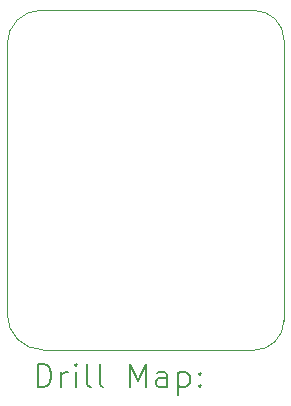
<source format=gbr>
%TF.GenerationSoftware,KiCad,Pcbnew,8.0.8*%
%TF.CreationDate,2025-04-14T11:13:20+01:00*%
%TF.ProjectId,Bat-mon_v1-Sensor Shield,4261742d-6d6f-46e5-9f76-312d53656e73,rev?*%
%TF.SameCoordinates,Original*%
%TF.FileFunction,Drillmap*%
%TF.FilePolarity,Positive*%
%FSLAX45Y45*%
G04 Gerber Fmt 4.5, Leading zero omitted, Abs format (unit mm)*
G04 Created by KiCad (PCBNEW 8.0.8) date 2025-04-14 11:13:20*
%MOMM*%
%LPD*%
G01*
G04 APERTURE LIST*
%ADD10C,0.050000*%
%ADD11C,0.200000*%
G04 APERTURE END LIST*
D10*
X9633224Y-6873224D02*
X9635000Y-4500000D01*
X9633224Y-6873224D02*
G75*
G02*
X9383224Y-7123224I-250004J4D01*
G01*
X7575000Y-4245000D02*
X9375041Y-4246366D01*
X7592133Y-7120000D02*
G75*
G02*
X7292130Y-6820000I-3J300000D01*
G01*
X7292133Y-6820000D02*
X7291381Y-4527868D01*
X7291381Y-4527868D02*
G75*
G02*
X7575000Y-4245005I285729J-2872D01*
G01*
X7592133Y-7120000D02*
X9383224Y-7123224D01*
X9375041Y-4246366D02*
G75*
G02*
X9635004Y-4500000I7549J-252304D01*
G01*
D11*
X7549658Y-7437208D02*
X7549658Y-7237208D01*
X7549658Y-7237208D02*
X7597277Y-7237208D01*
X7597277Y-7237208D02*
X7625849Y-7246732D01*
X7625849Y-7246732D02*
X7644896Y-7265779D01*
X7644896Y-7265779D02*
X7654420Y-7284827D01*
X7654420Y-7284827D02*
X7663944Y-7322922D01*
X7663944Y-7322922D02*
X7663944Y-7351494D01*
X7663944Y-7351494D02*
X7654420Y-7389589D01*
X7654420Y-7389589D02*
X7644896Y-7408637D01*
X7644896Y-7408637D02*
X7625849Y-7427684D01*
X7625849Y-7427684D02*
X7597277Y-7437208D01*
X7597277Y-7437208D02*
X7549658Y-7437208D01*
X7749658Y-7437208D02*
X7749658Y-7303875D01*
X7749658Y-7341970D02*
X7759182Y-7322922D01*
X7759182Y-7322922D02*
X7768706Y-7313398D01*
X7768706Y-7313398D02*
X7787753Y-7303875D01*
X7787753Y-7303875D02*
X7806801Y-7303875D01*
X7873468Y-7437208D02*
X7873468Y-7303875D01*
X7873468Y-7237208D02*
X7863944Y-7246732D01*
X7863944Y-7246732D02*
X7873468Y-7256256D01*
X7873468Y-7256256D02*
X7882991Y-7246732D01*
X7882991Y-7246732D02*
X7873468Y-7237208D01*
X7873468Y-7237208D02*
X7873468Y-7256256D01*
X7997277Y-7437208D02*
X7978229Y-7427684D01*
X7978229Y-7427684D02*
X7968706Y-7408637D01*
X7968706Y-7408637D02*
X7968706Y-7237208D01*
X8102039Y-7437208D02*
X8082991Y-7427684D01*
X8082991Y-7427684D02*
X8073468Y-7408637D01*
X8073468Y-7408637D02*
X8073468Y-7237208D01*
X8330610Y-7437208D02*
X8330610Y-7237208D01*
X8330610Y-7237208D02*
X8397277Y-7380065D01*
X8397277Y-7380065D02*
X8463944Y-7237208D01*
X8463944Y-7237208D02*
X8463944Y-7437208D01*
X8644896Y-7437208D02*
X8644896Y-7332446D01*
X8644896Y-7332446D02*
X8635372Y-7313398D01*
X8635372Y-7313398D02*
X8616325Y-7303875D01*
X8616325Y-7303875D02*
X8578230Y-7303875D01*
X8578230Y-7303875D02*
X8559182Y-7313398D01*
X8644896Y-7427684D02*
X8625849Y-7437208D01*
X8625849Y-7437208D02*
X8578230Y-7437208D01*
X8578230Y-7437208D02*
X8559182Y-7427684D01*
X8559182Y-7427684D02*
X8549658Y-7408637D01*
X8549658Y-7408637D02*
X8549658Y-7389589D01*
X8549658Y-7389589D02*
X8559182Y-7370541D01*
X8559182Y-7370541D02*
X8578230Y-7361018D01*
X8578230Y-7361018D02*
X8625849Y-7361018D01*
X8625849Y-7361018D02*
X8644896Y-7351494D01*
X8740134Y-7303875D02*
X8740134Y-7503875D01*
X8740134Y-7313398D02*
X8759182Y-7303875D01*
X8759182Y-7303875D02*
X8797277Y-7303875D01*
X8797277Y-7303875D02*
X8816325Y-7313398D01*
X8816325Y-7313398D02*
X8825849Y-7322922D01*
X8825849Y-7322922D02*
X8835372Y-7341970D01*
X8835372Y-7341970D02*
X8835372Y-7399113D01*
X8835372Y-7399113D02*
X8825849Y-7418160D01*
X8825849Y-7418160D02*
X8816325Y-7427684D01*
X8816325Y-7427684D02*
X8797277Y-7437208D01*
X8797277Y-7437208D02*
X8759182Y-7437208D01*
X8759182Y-7437208D02*
X8740134Y-7427684D01*
X8921087Y-7418160D02*
X8930611Y-7427684D01*
X8930611Y-7427684D02*
X8921087Y-7437208D01*
X8921087Y-7437208D02*
X8911563Y-7427684D01*
X8911563Y-7427684D02*
X8921087Y-7418160D01*
X8921087Y-7418160D02*
X8921087Y-7437208D01*
X8921087Y-7313398D02*
X8930611Y-7322922D01*
X8930611Y-7322922D02*
X8921087Y-7332446D01*
X8921087Y-7332446D02*
X8911563Y-7322922D01*
X8911563Y-7322922D02*
X8921087Y-7313398D01*
X8921087Y-7313398D02*
X8921087Y-7332446D01*
M02*

</source>
